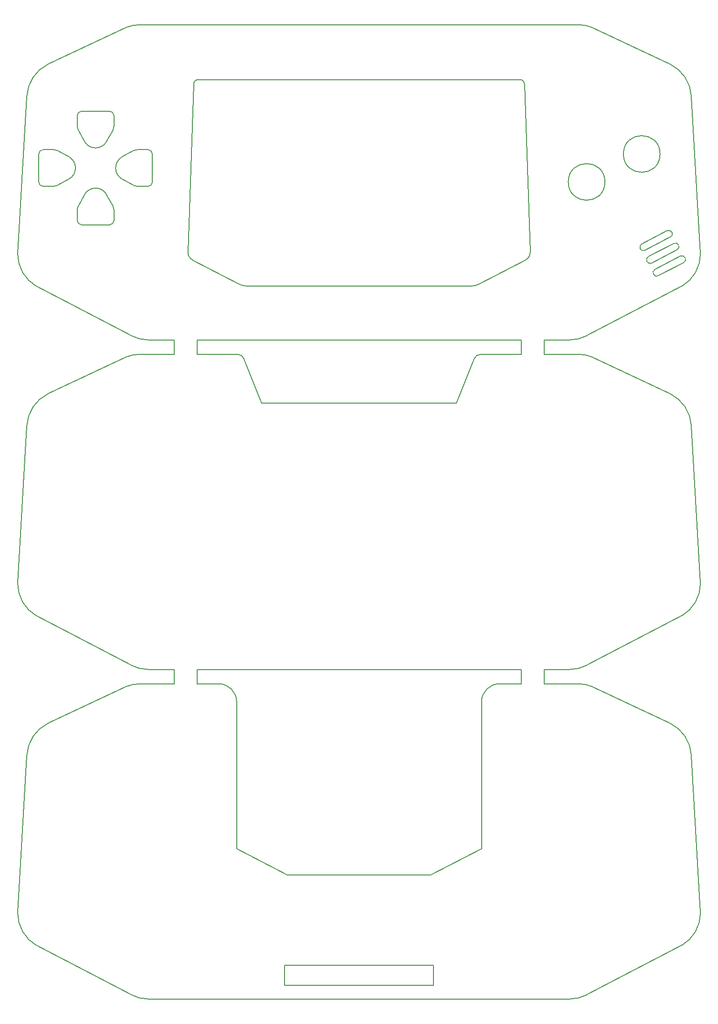
<source format=gbr>
G04 #@! TF.GenerationSoftware,KiCad,Pcbnew,(5.1.9-0-10_14)*
G04 #@! TF.CreationDate,2021-11-21T11:45:30-08:00*
G04 #@! TF.ProjectId,system_advance,73797374-656d-45f6-9164-76616e63652e,1.0-dev1*
G04 #@! TF.SameCoordinates,Original*
G04 #@! TF.FileFunction,Profile,NP*
%FSLAX46Y46*%
G04 Gerber Fmt 4.6, Leading zero omitted, Abs format (unit mm)*
G04 Created by KiCad (PCBNEW (5.1.9-0-10_14)) date 2021-11-21 11:45:30*
%MOMM*%
%LPD*%
G01*
G04 APERTURE LIST*
G04 #@! TA.AperFunction,Profile*
%ADD10C,0.200000*%
G04 #@! TD*
G04 APERTURE END LIST*
D10*
X47399313Y-210772100D02*
X47399313Y-210772100D01*
X50707275Y-216549423D02*
G75*
G02*
X47399313Y-210772100I3391038J5777323D01*
G01*
X49022000Y-182880000D02*
X47399313Y-210772100D01*
X95252000Y-204089000D02*
X86235000Y-199390000D01*
X129667000Y-199390000D02*
X120650000Y-204089000D01*
X86235000Y-173355000D02*
X86235000Y-199390000D01*
X129667000Y-173355000D02*
X129667000Y-199390000D01*
X129667000Y-173355000D02*
G75*
G02*
X132842000Y-170180000I3175000J0D01*
G01*
X83060000Y-170180000D02*
G75*
G02*
X86235000Y-173355000I0J-3175000D01*
G01*
X145284313Y-226060000D02*
X70612000Y-226060000D01*
X165189038Y-216549423D02*
X148437600Y-225271447D01*
X165189038Y-216549423D02*
G75*
G03*
X168497000Y-210772100I-3391038J5777323D01*
G01*
X166878000Y-182880000D02*
X168497000Y-210772100D01*
X148437600Y-225271447D02*
G75*
G02*
X145284313Y-226060000I-3153287J5910447D01*
G01*
X66543126Y-170682209D02*
G75*
G02*
X69088000Y-170180000I2544874J-6196791D01*
G01*
X149356874Y-170682209D02*
G75*
G03*
X146812000Y-170180000I-2544874J-6196791D01*
G01*
X163073776Y-177152928D02*
G75*
G02*
X166878000Y-182880000I-2894776J-6049882D01*
G01*
X52826224Y-177152928D02*
X66543126Y-170682209D01*
X52826224Y-177152928D02*
G75*
G03*
X49022000Y-182880000I2894776J-6049882D01*
G01*
X132842000Y-170180000D02*
X136700000Y-170180000D01*
X83060000Y-170180000D02*
X79200000Y-170180000D01*
X50707275Y-216549423D02*
X67458713Y-225271447D01*
X163073776Y-177152928D02*
X149356874Y-170682209D01*
X67458713Y-225271447D02*
G75*
G03*
X70612000Y-226060000I3153287J5910447D01*
G01*
X146812000Y-170180000D02*
X140764000Y-170180000D01*
X75136000Y-170180000D02*
X69088000Y-170180000D01*
X145284313Y-167640000D02*
X140764000Y-167640000D01*
X75136000Y-167640000D02*
X70612000Y-167640000D01*
X79200000Y-167640000D02*
X79200000Y-170180000D01*
X75136000Y-167640000D02*
X75136000Y-170180000D01*
X136700000Y-167640000D02*
X136700000Y-170180000D01*
X140764000Y-167640000D02*
X140764000Y-170180000D01*
X145284313Y-109220000D02*
X140764000Y-109220000D01*
X146812000Y-111760000D02*
X140764000Y-111760000D01*
X140764000Y-109220000D02*
X140764000Y-111760000D01*
X136700000Y-109220000D02*
X136700000Y-111760000D01*
X75136000Y-111760000D02*
X69088000Y-111760000D01*
X75136000Y-109220000D02*
X70612000Y-109220000D01*
X136700000Y-109220000D02*
X79200000Y-109220000D01*
X165189038Y-99709423D02*
X148437600Y-108431447D01*
X165189038Y-99709423D02*
G75*
G03*
X168497000Y-93932100I-3391038J5777323D01*
G01*
X166878000Y-66040000D02*
X168497000Y-93932100D01*
X148437600Y-108431447D02*
G75*
G02*
X145284313Y-109220000I-3153287J5910447D01*
G01*
X149356874Y-53842209D02*
G75*
G03*
X146812000Y-53340000I-2544874J-6196791D01*
G01*
X163073776Y-60312928D02*
G75*
G02*
X166878000Y-66040000I-2894776J-6049882D01*
G01*
X163073776Y-60312928D02*
X149356874Y-53842209D01*
X67458713Y-108431447D02*
G75*
G03*
X70612000Y-109220000I3153287J5910447D01*
G01*
X146812000Y-53340000D02*
X69088000Y-53340000D01*
X66543126Y-53842209D02*
G75*
G02*
X69088000Y-53340000I2544874J-6196791D01*
G01*
X52826224Y-60312928D02*
X66543126Y-53842209D01*
X52826224Y-60312928D02*
G75*
G03*
X49022000Y-66040000I2894776J-6049882D01*
G01*
X49022000Y-66040000D02*
X47399313Y-93932100D01*
X50707275Y-99709423D02*
G75*
G02*
X47399313Y-93932100I3391038J5777323D01*
G01*
X50707275Y-99709423D02*
X67458713Y-108431447D01*
X50707275Y-158129423D02*
X67458713Y-166851447D01*
X50707275Y-158129423D02*
G75*
G02*
X47399313Y-152352100I3391038J5777323D01*
G01*
X49022000Y-124460000D02*
X47399313Y-152352100D01*
X52826224Y-118732928D02*
G75*
G03*
X49022000Y-124460000I2894776J-6049882D01*
G01*
X52826224Y-118732928D02*
X66543126Y-112262209D01*
X66543126Y-112262209D02*
G75*
G02*
X69088000Y-111760000I2544874J-6196791D01*
G01*
X86360000Y-111760000D02*
X79200000Y-111760000D01*
X129540000Y-111760000D02*
X136700000Y-111760000D01*
X67458713Y-166851447D02*
G75*
G03*
X70612000Y-167640000I3153287J5910447D01*
G01*
X163073776Y-118732928D02*
X149356874Y-112262209D01*
X163073776Y-118732928D02*
G75*
G02*
X166878000Y-124460000I-2894776J-6049882D01*
G01*
X149356874Y-112262209D02*
G75*
G03*
X146812000Y-111760000I-2544874J-6196791D01*
G01*
X125222000Y-120395999D02*
X128346590Y-112595634D01*
X128346590Y-112595634D02*
G75*
G02*
X129540000Y-111760000I1193410J-434366D01*
G01*
X87553410Y-112595635D02*
G75*
G03*
X86360000Y-111760000I-1193410J-434365D01*
G01*
X90678000Y-120396000D02*
X87553410Y-112595635D01*
X90678000Y-120396000D02*
X125222000Y-120395999D01*
X95252000Y-204089000D02*
X120650000Y-204089000D01*
X79200000Y-109220000D02*
X79200000Y-111760000D01*
X75136000Y-109220000D02*
X75136000Y-111760000D01*
X148437600Y-166851447D02*
G75*
G02*
X145284313Y-167640000I-3153287J5910447D01*
G01*
X166878000Y-124460000D02*
X168497000Y-152352100D01*
X165189038Y-158129423D02*
G75*
G03*
X168497000Y-152352100I-3391038J5777323D01*
G01*
X165189038Y-158129423D02*
X148437600Y-166851447D01*
X136700000Y-167640000D02*
X79200000Y-167640000D01*
X94742000Y-220091000D02*
X94742000Y-223647000D01*
X121158000Y-220091000D02*
X94742000Y-220091000D01*
X121158000Y-223647000D02*
X121158000Y-220091000D01*
X94742000Y-223647000D02*
X121158000Y-223647000D01*
X129358108Y-99265070D02*
X137395674Y-95080000D01*
X79450000Y-63055500D02*
X136450000Y-63055500D01*
X137287000Y-63893501D02*
X138303000Y-93680000D01*
X86541892Y-99265070D02*
X78504326Y-95080000D01*
X78613000Y-63893501D02*
X77597000Y-93680000D01*
X88247000Y-99680000D02*
X127653000Y-99680000D01*
X77597000Y-93680000D02*
G75*
G03*
X78504326Y-95080000I1533760J0D01*
G01*
X79450000Y-63055500D02*
G75*
G03*
X78613000Y-63893501I0J-837001D01*
G01*
X86541892Y-99265070D02*
G75*
G03*
X88247000Y-99680000I1605108J2885070D01*
G01*
X129358108Y-99265070D02*
G75*
G02*
X127653000Y-99680000I-1605108J2885070D01*
G01*
X138303000Y-93680000D02*
G75*
G02*
X137395674Y-95080000I-1533760J0D01*
G01*
X136450000Y-63055500D02*
G75*
G02*
X137287000Y-63893501I0J-837001D01*
G01*
X67976118Y-75646396D02*
X65797271Y-76855133D01*
X70526000Y-75490000D02*
X68646046Y-75491318D01*
X67975480Y-81836260D02*
X65797271Y-80624867D01*
X70526000Y-81990000D02*
X68646046Y-81991318D01*
X71276000Y-81240000D02*
X71276000Y-76240000D01*
X67976118Y-75646397D02*
G75*
G02*
X68646046Y-75491318I605375J-1090618D01*
G01*
X68646912Y-81991273D02*
G75*
G02*
X67975480Y-81836260I-65419J1248288D01*
G01*
X71276000Y-76240000D02*
G75*
G03*
X70526000Y-75490000I-750000J0D01*
G01*
X70526000Y-81990000D02*
G75*
G03*
X71276000Y-81240000I0J750000D01*
G01*
X65797271Y-76855133D02*
G75*
G03*
X64776000Y-78740000I1228729J-1884867D01*
G01*
X65797271Y-80624867D02*
G75*
G02*
X64776000Y-78740000I1228729J1884867D01*
G01*
X164344218Y-93243410D02*
X159838203Y-95589093D01*
X163757797Y-92116907D02*
X159251782Y-94462590D01*
X165517059Y-95496418D02*
X161011044Y-97842101D01*
X164930639Y-94369914D02*
X160424624Y-96715597D01*
X163171376Y-90990403D02*
X158665361Y-93336086D01*
X162584956Y-89863899D02*
X158078941Y-92209582D01*
X162584956Y-89863899D02*
G75*
G02*
X163171376Y-90990403I293210J-563252D01*
G01*
X158665361Y-93336086D02*
G75*
G02*
X158078941Y-92209582I-293210J563252D01*
G01*
X164930639Y-94369914D02*
G75*
G02*
X165517059Y-95496418I293210J-563252D01*
G01*
X161011044Y-97842101D02*
G75*
G02*
X160424624Y-96715597I-293210J563252D01*
G01*
X159838202Y-95589092D02*
G75*
G02*
X159251782Y-94462590I-293210J563251D01*
G01*
X163757798Y-92116908D02*
G75*
G02*
X164344218Y-93243410I293210J-563251D01*
G01*
X151550000Y-81205000D02*
G75*
G03*
X151550000Y-81205000I-3250000J0D01*
G01*
X161329000Y-76252000D02*
G75*
G03*
X161329000Y-76252000I-3250000J0D01*
G01*
X51152000Y-76240000D02*
X51152000Y-81240000D01*
X51902000Y-75490000D02*
X53781954Y-75488682D01*
X54452520Y-75643740D02*
X56630729Y-76855133D01*
X51902000Y-81990000D02*
X53781954Y-81988682D01*
X54451882Y-81833604D02*
X56630729Y-80624867D01*
X54451882Y-81833603D02*
G75*
G02*
X53781954Y-81988682I-605375J1090618D01*
G01*
X53781088Y-75488727D02*
G75*
G02*
X54452520Y-75643740I65419J-1248288D01*
G01*
X51152000Y-81240000D02*
G75*
G03*
X51902000Y-81990000I750000J0D01*
G01*
X51902000Y-75490000D02*
G75*
G03*
X51152000Y-76240000I0J-750000D01*
G01*
X56630729Y-80624867D02*
G75*
G03*
X57652000Y-78740000I-1228729J1884867D01*
G01*
X56630729Y-76855133D02*
G75*
G02*
X57652000Y-78740000I-1228729J-1884867D01*
G01*
X58714000Y-88802000D02*
X63714000Y-88802000D01*
X57964000Y-88052000D02*
X57962682Y-86172046D01*
X58117740Y-85501480D02*
X59329133Y-83323271D01*
X64464000Y-88052000D02*
X64462682Y-86172046D01*
X64307604Y-85502118D02*
X63098867Y-83323271D01*
X64307603Y-85502118D02*
G75*
G02*
X64462682Y-86172046I-1090618J-605375D01*
G01*
X57962727Y-86172912D02*
G75*
G02*
X58117740Y-85501480I1248288J65419D01*
G01*
X63714000Y-88802000D02*
G75*
G03*
X64464000Y-88052000I0J750000D01*
G01*
X57964000Y-88052000D02*
G75*
G03*
X58714000Y-88802000I750000J0D01*
G01*
X63098867Y-83323271D02*
G75*
G03*
X61214000Y-82302000I-1884867J-1228729D01*
G01*
X59329133Y-83323271D02*
G75*
G02*
X61214000Y-82302000I1884867J-1228729D01*
G01*
X63714000Y-68678000D02*
X58714000Y-68678000D01*
X64464000Y-69428000D02*
X64465318Y-71307954D01*
X64310260Y-71978520D02*
X63098867Y-74156729D01*
X57964000Y-69428000D02*
X57965318Y-71307954D01*
X58120396Y-71977882D02*
X59329133Y-74156729D01*
X58120397Y-71977882D02*
G75*
G02*
X57965318Y-71307954I1090618J605375D01*
G01*
X64465273Y-71307088D02*
G75*
G02*
X64310260Y-71978520I-1248288J-65419D01*
G01*
X58714000Y-68678000D02*
G75*
G03*
X57964000Y-69428000I0J-750000D01*
G01*
X64464000Y-69428000D02*
G75*
G03*
X63714000Y-68678000I-750000J0D01*
G01*
X59329133Y-74156729D02*
G75*
G03*
X61214000Y-75178000I1884867J1228729D01*
G01*
X63098867Y-74156729D02*
G75*
G02*
X61214000Y-75178000I-1884867J1228729D01*
G01*
M02*

</source>
